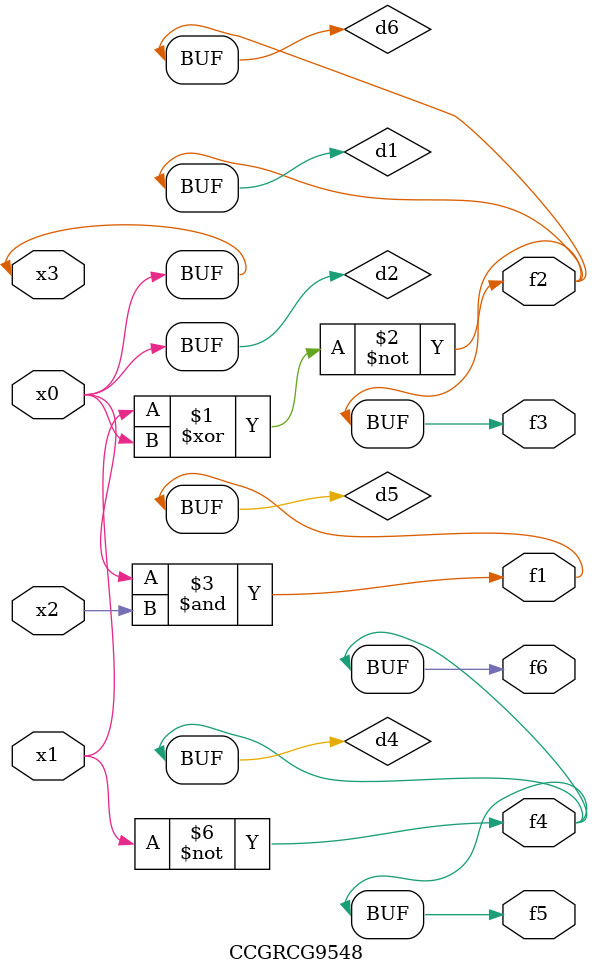
<source format=v>
module CCGRCG9548(
	input x0, x1, x2, x3,
	output f1, f2, f3, f4, f5, f6
);

	wire d1, d2, d3, d4, d5, d6;

	xnor (d1, x1, x3);
	buf (d2, x0, x3);
	nand (d3, x0, x2);
	not (d4, x1);
	nand (d5, d3);
	or (d6, d1);
	assign f1 = d5;
	assign f2 = d6;
	assign f3 = d6;
	assign f4 = d4;
	assign f5 = d4;
	assign f6 = d4;
endmodule

</source>
